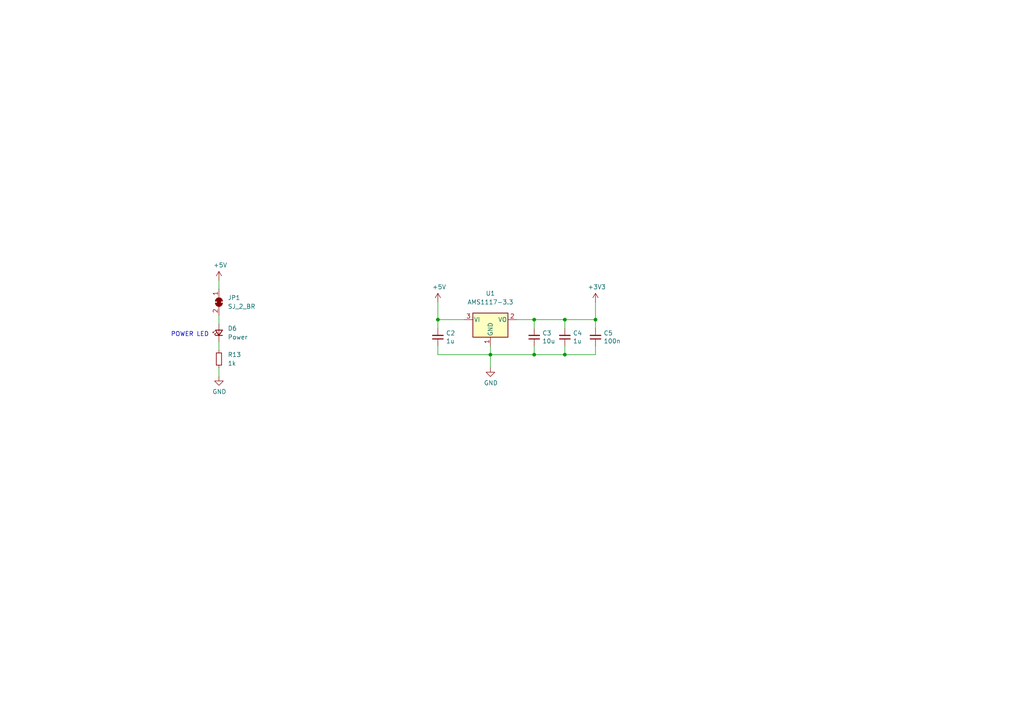
<source format=kicad_sch>
(kicad_sch (version 20211123) (generator eeschema)
  (paper "A4")
  (title_block (title "OpenRetroPad") (date "2022-12-29") (rev "2") (comment 3 "github.com/OpenRetroPad") (comment 4 "ATmega32u4"))
  (lib_symbols
    (symbol "Device:C_Small" (pin_numbers hide) (pin_names (offset 0.254) hide)
      (property "Reference" "C" (at 0.254 1.778 0))
      (property "Value" "C_Small" (at 0.254 -2.032 0))
      (symbol "C_Small_0_1"
        (polyline (pts (xy -1.524 -0.508) (xy 1.524 -0.508)) (stroke (width 0.3302)))
        (polyline (pts (xy -1.524 0.508) (xy 1.524 0.508)) (stroke (width 0.3048)))
      )
      (symbol "C_Small_1_1"
        (pin passive line (at 0 2.54 270) (length 2.032) (name "~") (number "1"))
        (pin passive line (at 0 -2.54 90) (length 2.032) (name "~") (number "2"))
      )
    )
    (symbol "Device:LED_Small" (pin_numbers hide) (pin_names (offset 0.254) hide)
      (property "Reference" "D" (at -1.27 3.175 0))
      (property "Value" "LED_Small" (at -4.445 -2.54 0))
      (symbol "LED_Small_0_1"
        (polyline (pts (xy -0.762 -1.016) (xy -0.762 1.016)) (stroke (width 0.254)))
        (polyline (pts (xy 1.016 0) (xy -0.762 0)))
        (polyline (pts (xy 0.762 -1.016) (xy -0.762 0) (xy 0.762 1.016) (xy 0.762 -1.016)) (stroke (width 0.254)))
        (polyline (pts (xy 0 0.762) (xy -0.508 1.27) (xy -0.254 1.27) (xy -0.508 1.27) (xy -0.508 1.016)))
        (polyline (pts (xy 0.508 1.27) (xy 0 1.778) (xy 0.254 1.778) (xy 0 1.778) (xy 0 1.524)))
      )
      (symbol "LED_Small_1_1"
        (pin passive line (at -2.54 0 0) (length 1.778) (name "K") (number "1"))
        (pin passive line (at 2.54 0 180) (length 1.778) (name "A") (number "2"))
      )
    )
    (symbol "Device:R_Small" (pin_numbers hide) (pin_names (offset 0.254) hide)
      (property "Reference" "R" (at 0.762 0.508 0))
      (property "Value" "R_Small" (at 0.762 -1.016 0))
      (symbol "R_Small_0_1"
        (rectangle (start -0.762 1.778) (end 0.762 -1.778) (stroke (width 0.2032)))
      )
      (symbol "R_Small_1_1"
        (pin passive line (at 0 2.54 270) (length 0.762) (name "~") (number "1"))
        (pin passive line (at 0 -2.54 90) (length 0.762) (name "~") (number "2"))
      )
    )
    (symbol "Jumper:SolderJumper_2_Bridged" (pin_names (offset 0) hide)
      (property "Reference" "JP" (at 0 2.032 0))
      (property "Value" "SolderJumper_2_Bridged" (at 0 -2.54 0))
      (symbol "SolderJumper_2_Bridged_0_1"
        (rectangle (start -0.508 0.508) (end 0.508 -0.508) (fill (type outline)))
        (arc (start -0.254 1.016) (mid -1.27 0) (end -0.254 -1.016))
        (arc (start -0.254 1.016) (mid -1.27 0) (end -0.254 -1.016) (fill (type outline)))
        (polyline (pts (xy -0.254 1.016) (xy -0.254 -1.016)))
        (polyline (pts (xy 0.254 1.016) (xy 0.254 -1.016)))
        (arc (start 0.254 -1.016) (mid 1.27 0) (end 0.254 1.016))
        (arc (start 0.254 -1.016) (mid 1.27 0) (end 0.254 1.016) (fill (type outline)))
      )
      (symbol "SolderJumper_2_Bridged_1_1"
        (pin passive line (at -3.81 0 0) (length 2.54) (name "A") (number "1"))
        (pin passive line (at 3.81 0 180) (length 2.54) (name "B") (number "2"))
      )
    )
    (symbol "Regulator_Linear:AMS1117-3.3" (pin_names (offset 0.254))
      (property "Reference" "U" (at -3.81 3.175 0))
      (property "Value" "AMS1117-3.3" (at 0 3.175 0))
      (symbol "AMS1117-3.3_0_1"
        (rectangle (start -5.08 -5.08) (end 5.08 1.905) (stroke (width 0.254)) (fill (type background)))
      )
      (symbol "AMS1117-3.3_1_1"
        (pin power_in line (at 0 -7.62 90) (length 2.54) (name "GND") (number "1"))
        (pin power_out line (at 7.62 0 180) (length 2.54) (name "VO") (number "2"))
        (pin power_in line (at -7.62 0 0) (length 2.54) (name "VI") (number "3"))
      )
    )
    (symbol "power:+3V3" (power) (pin_names (offset 0))
      (property "Value" "+3V3" (at 0 3.556 0))
      (symbol "+3V3_0_1"
        (polyline (pts (xy -0.762 1.27) (xy 0 2.54)))
        (polyline (pts (xy 0 0) (xy 0 2.54)))
        (polyline (pts (xy 0 2.54) (xy 0.762 1.27)))
      )
      (symbol "+3V3_1_1"
        (pin power_in line (at 0 0 90) (length 0) hide (name "+3V3") (number "1"))
      )
    )
    (symbol "power:+5V" (power) (pin_names (offset 0))
      (property "Value" "+5V" (at 0 3.556 0))
      (symbol "+5V_0_1"
        (polyline (pts (xy -0.762 1.27) (xy 0 2.54)))
        (polyline (pts (xy 0 0) (xy 0 2.54)))
        (polyline (pts (xy 0 2.54) (xy 0.762 1.27)))
      )
      (symbol "+5V_1_1"
        (pin power_in line (at 0 0 90) (length 0) hide (name "+5V") (number "1"))
      )
    )
    (symbol "power:GND" (power) (pin_names (offset 0))
      (property "Value" "GND" (at 0 -3.81 0))
      (symbol "GND_0_1"
        (polyline (pts (xy 0 0) (xy 0 -1.27) (xy 1.27 -1.27) (xy 0 -2.54) (xy -1.27 -1.27) (xy 0 -1.27)))
      )
      (symbol "GND_1_1"
        (pin power_in line (at 0 0 270) (length 0) hide (name "GND") (number "1"))
      )
    )
  )
  (junction (at 172.72 92.71))
  (junction (at 163.83 92.71))
  (junction (at 163.83 102.87))
  (junction (at 127 92.71))
  (junction (at 154.94 92.71))
  (junction (at 142.24 102.87))
  (junction (at 154.94 102.87))
  (wire (pts (xy 142.24 100.33) (xy 142.24 102.87)))
  (wire (pts (xy 127 92.71) (xy 134.62 92.71)))
  (wire (pts (xy 154.94 100.33) (xy 154.94 102.87)))
  (wire (pts (xy 127 92.71) (xy 127 95.25)))
  (wire (pts (xy 172.72 95.25) (xy 172.72 92.71)))
  (wire (pts (xy 163.83 102.87) (xy 154.94 102.87)))
  (wire (pts (xy 163.83 100.33) (xy 163.83 102.87)))
  (wire (pts (xy 142.24 106.68) (xy 142.24 102.87)))
  (wire (pts (xy 172.72 92.71) (xy 172.72 87.63)))
  (wire (pts (xy 149.86 92.71) (xy 154.94 92.71)))
  (wire (pts (xy 127 102.87) (xy 142.24 102.87)))
  (wire (pts (xy 154.94 95.25) (xy 154.94 92.71)))
  (wire (pts (xy 172.72 100.33) (xy 172.72 102.87)))
  (wire (pts (xy 172.72 102.87) (xy 163.83 102.87)))
  (wire (pts (xy 63.5 99.06) (xy 63.5 101.6)))
  (wire (pts (xy 154.94 92.71) (xy 163.83 92.71)))
  (wire (pts (xy 127 100.33) (xy 127 102.87)))
  (wire (pts (xy 63.5 81.28) (xy 63.5 83.82)))
  (wire (pts (xy 154.94 102.87) (xy 142.24 102.87)))
  (wire (pts (xy 163.83 95.25) (xy 163.83 92.71)))
  (wire (pts (xy 63.5 91.44) (xy 63.5 93.98)))
  (wire (pts (xy 127 92.71) (xy 127 87.63)))
  (wire (pts (xy 163.83 92.71) (xy 172.72 92.71)))
  (wire (pts (xy 63.5 106.68) (xy 63.5 109.22)))
  (text "POWER LED" (at 49.53 97.79 0) (effects (font (size 1.27 1.27)) (justify left bottom)))
  (symbol (lib_id "Device:C_Small") (at 163.83 97.79 180) (unit 1)
    (property "Reference" "C4" (at 166.1668 96.6216 0) (effects (justify right)))
    (property "Value" "1u" (at 166.1668 98.933 0) (effects (justify right)))
    (property "Footprint" "Capacitor_SMD:C_0603_1608Metric" (effects hide))
  )
  (symbol (lib_id "Device:LED_Small") (at 63.5 96.52 90) (unit 1)
    (property "Reference" "D6" (at 66.04 95.25 90) (effects (justify right)))
    (property "Value" "Power" (at 66.04 97.79 90) (effects (justify right)))
    (property "Footprint" "LED_SMD:LED_0603_1608Metric" (effects hide))
  )
  (symbol (lib_id "Device:C_Small") (at 154.94 97.79 180) (unit 1)
    (property "Reference" "C3" (at 157.2768 96.6216 0) (effects (justify right)))
    (property "Value" "10u" (at 157.2768 98.933 0) (effects (justify right)))
    (property "Footprint" "Capacitor_SMD:C_0805_2012Metric" (effects hide))
  )
  (symbol (lib_id "power:+5V") (at 127 87.63 0) (unit 1)
    (property "Reference" "#PWR03" (effects hide))
    (property "Value" "+5V" (at 127.381 83.2358 0))
  )
  (symbol (lib_id "power:+5V") (at 63.5 81.28 0) (unit 1)
    (property "Reference" "#PWR0104" (effects hide))
    (property "Value" "+5V" (at 63.881 76.8858 0))
  )
  (symbol (lib_id "Device:R_Small") (at 63.5 104.14 0) (unit 1)
    (property "Reference" "R13" (at 66.04 102.87 0) (effects (justify left)))
    (property "Value" "1k" (at 66.04 105.41 0) (effects (justify left)))
    (property "Footprint" "Resistor_SMD:R_0603_1608Metric" (effects hide))
  )
  (symbol (lib_id "power:GND") (at 63.5 109.22 0) (unit 1)
    (property "Reference" "#PWR0103" (effects hide))
    (property "Value" "GND" (at 63.627 113.6142 0))
  )
  (symbol (lib_id "Jumper:SolderJumper_2_Bridged") (at 63.5 87.63 270) (unit 1) (in_bom no)
    (property "Reference" "JP1" (at 66.04 86.36 90) (effects (justify left)))
    (property "Value" "SJ_2_BR" (at 66.04 88.9 90) (effects (justify left)))
    (property "Footprint" "Jumper:SolderJumper-2_P1.3mm_Bridged_RoundedPad1.0x1.5mm" (effects hide))
  )
  (symbol (lib_id "power:GND") (at 142.24 106.68 0) (unit 1)
    (property "Reference" "#PWR05" (effects hide))
    (property "Value" "GND" (at 142.367 111.0742 0))
  )
  (symbol (lib_id "power:+3V3") (at 172.72 87.63 0) (unit 1)
    (property "Reference" "#PWR04" (effects hide))
    (property "Value" "+3V3" (at 173.101 83.2358 0))
  )
  (symbol (lib_id "Regulator_Linear:AMS1117-3.3") (at 142.24 92.71 0) (unit 1)
    (property "Reference" "U1" (at 142.24 85.09 0))
    (property "Value" "AMS1117-3.3" (at 142.24 87.63 0))
    (property "Footprint" "Package_TO_SOT_SMD:SOT-223-3_TabPin2" (effects hide))
    (property "Datasheet" "http://www.advanced-monolithic.com/pdf/ds1117.pdf" (effects hide))
  )
  (symbol (lib_id "Device:C_Small") (at 172.72 97.79 180) (unit 1)
    (property "Reference" "C5" (at 175.0568 96.6216 0) (effects (justify right)))
    (property "Value" "100n" (at 175.0568 98.933 0) (effects (justify right)))
    (property "Footprint" "Capacitor_SMD:C_0603_1608Metric" (effects hide))
  )
  (symbol (lib_id "Device:C_Small") (at 127 97.79 180) (unit 1)
    (property "Reference" "C2" (at 129.3368 96.6216 0) (effects (justify right)))
    (property "Value" "1u" (at 129.3368 98.933 0) (effects (justify right)))
    (property "Footprint" "Capacitor_SMD:C_0603_1608Metric" (effects hide))
  )
)
</source>
